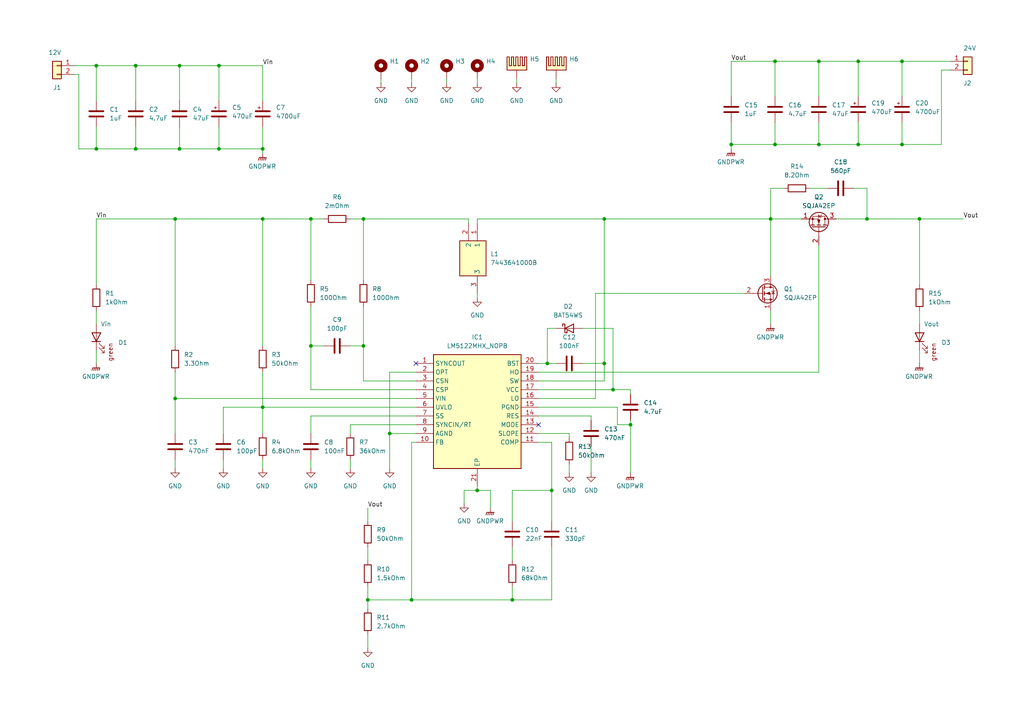
<source format=kicad_sch>
(kicad_sch (version 20231120) (generator "eeschema") (generator_version "8.0")
  (paper "A4")
  (lib_symbols
    (symbol "benediktibk:7443641000B"
      (property "Reference" "L" (at 16.51 7.62 0))
      (property "Value" "7443641000B" (at 16.51 5.08 0))
      (symbol "7443641000B_1_1"
        (pin passive line (at 0 0 0) (length 5.08) (name "1") (number "1"))
        (pin passive line (at 0 -2.54 0) (length 5.08) (name "2") (number "2"))
        (pin passive line (at 20.32 0 180) (length 5.08) (name "3") (number "3"))
      )
    )
    (symbol "benediktibk:BAT54WS" (pin_numbers hide) (pin_names (offset 1.016) hide)
      (property "Reference" "D" (at 0 2.54 0))
      (property "Value" "BAT54WS" (at 0 -2.54 0))
      (symbol "BAT54WS_1_1"
        (pin passive line (at -3.81 0 0) (length 2.54) (name "K") (number "1"))
        (pin passive line (at 3.81 0 180) (length 2.54) (name "A") (number "2"))
      )
    )
    (symbol "benediktibk:C_100nF_SMD_0603_50V" (pin_numbers hide) (pin_names (offset 0.254))
      (property "Reference" "C" (at 0.635 2.54 0))
      (property "Value" "C_100nF_SMD_0603_50V" (at 0.635 -2.54 0))
      (symbol "C_100nF_SMD_0603_50V_1_1"
        (pin passive line (at 0 3.81 270) (length 2.794) (name "~") (number "1"))
        (pin passive line (at 0 -3.81 90) (length 2.794) (name "~") (number "2"))
      )
    )
    (symbol "benediktibk:C_100pF_SMD_0603_50V_10%" (pin_numbers hide) (pin_names (offset 0.254))
      (property "Reference" "C" (at 0.635 2.54 0))
      (property "Value" "C_100pF_SMD_0603_50V_10%" (at 0.635 -2.54 0))
      (symbol "C_100pF_SMD_0603_50V_10%_1_1"
        (pin passive line (at 0 3.81 270) (length 2.794) (name "~") (number "1"))
        (pin passive line (at 0 -3.81 90) (length 2.794) (name "~") (number "2"))
      )
    )
    (symbol "benediktibk:C_1uF_SMD_0603_50V_10%" (pin_numbers hide) (pin_names (offset 0.254))
      (property "Reference" "C" (at 0.635 2.54 0))
      (property "Value" "C_1uF_SMD_0603_50V_10%" (at 0.635 -2.54 0))
      (symbol "C_1uF_SMD_0603_50V_10%_1_1"
        (pin passive line (at 0 3.81 270) (length 2.794) (name "~") (number "1"))
        (pin passive line (at 0 -3.81 90) (length 2.794) (name "~") (number "2"))
      )
    )
    (symbol "benediktibk:C_22nF_SMD_0603_16V_10%" (pin_numbers hide) (pin_names (offset 0.254))
      (property "Reference" "C" (at 0.635 2.54 0))
      (property "Value" "C_22nF_SMD_0603_16V_10%" (at 0.635 -2.54 0))
      (symbol "C_22nF_SMD_0603_16V_10%_1_1"
        (pin passive line (at 0 3.81 270) (length 2.794) (name "~") (number "1"))
        (pin passive line (at 0 -3.81 90) (length 2.794) (name "~") (number "2"))
      )
    )
    (symbol "benediktibk:C_330pF_SMD_0603_50V_5%" (pin_numbers hide) (pin_names (offset 0.254))
      (property "Reference" "C" (at 0.635 2.54 0))
      (property "Value" "C_330pF_SMD_0603_50V_5%" (at 0.635 -2.54 0))
      (symbol "C_330pF_SMD_0603_50V_5%_1_1"
        (pin passive line (at 0 3.81 270) (length 2.794) (name "~") (number "1"))
        (pin passive line (at 0 -3.81 90) (length 2.794) (name "~") (number "2"))
      )
    )
    (symbol "benediktibk:C_4700uF_THT_50V_20%" (pin_numbers hide) (pin_names (offset 0.254))
      (property "Reference" "C" (at 0.635 2.54 0))
      (property "Value" "C_4700uF_THT_50V_20%" (at 0.635 -2.54 0))
      (symbol "C_4700uF_THT_50V_20%_1_1"
        (pin passive line (at 0 3.81 270) (length 2.794) (name "~") (number "1"))
        (pin passive line (at 0 -3.81 90) (length 2.794) (name "~") (number "2"))
      )
    )
    (symbol "benediktibk:C_470nF_SMD_0603_16V" (pin_numbers hide) (pin_names (offset 0.254))
      (property "Reference" "C" (at 0.635 2.54 0))
      (property "Value" "C_470nF_SMD_0603_16V" (at 0.635 -2.54 0))
      (symbol "C_470nF_SMD_0603_16V_1_1"
        (pin passive line (at 0 3.81 270) (length 2.794) (name "~") (number "1"))
        (pin passive line (at 0 -3.81 90) (length 2.794) (name "~") (number "2"))
      )
    )
    (symbol "benediktibk:C_470uF_SMD_63V_20%" (pin_numbers hide) (pin_names (offset 0.254))
      (property "Reference" "C" (at 0.635 2.54 0))
      (property "Value" "C_470uF_SMD_63V_20%" (at 0.635 -2.54 0))
      (symbol "C_470uF_SMD_63V_20%_1_1"
        (pin passive line (at 0 3.81 270) (length 2.794) (name "~") (number "1"))
        (pin passive line (at 0 -3.81 90) (length 2.794) (name "~") (number "2"))
      )
    )
    (symbol "benediktibk:C_47uF_SMD_1206_25V_20%" (pin_numbers hide) (pin_names (offset 0.254))
      (property "Reference" "C" (at 0.635 2.54 0))
      (property "Value" "C_47uF_SMD_1206_25V_20%" (at 0.635 -2.54 0))
      (symbol "C_47uF_SMD_1206_25V_20%_1_1"
        (pin passive line (at 0 3.81 270) (length 2.794) (name "~") (number "1"))
        (pin passive line (at 0 -3.81 90) (length 2.794) (name "~") (number "2"))
      )
    )
    (symbol "benediktibk:C_4_7uF_SMD_0805_50V_10%" (pin_numbers hide) (pin_names (offset 0.254))
      (property "Reference" "C" (at 0.635 2.54 0))
      (property "Value" "C_4_7uF_SMD_0805_50V_10%" (at 0.635 -2.54 0))
      (symbol "C_4_7uF_SMD_0805_50V_10%_1_1"
        (pin passive line (at 0 3.81 270) (length 2.794) (name "~") (number "1"))
        (pin passive line (at 0 -3.81 90) (length 2.794) (name "~") (number "2"))
      )
    )
    (symbol "benediktibk:C_560pF_SMD_0603_50V_5%" (pin_numbers hide) (pin_names (offset 0.254))
      (property "Reference" "C" (at 0.635 2.54 0))
      (property "Value" "C_560pF_SMD_0603_50V_5%" (at 0.635 -2.54 0))
      (symbol "C_560pF_SMD_0603_50V_5%_1_1"
        (pin passive line (at 0 3.81 270) (length 2.794) (name "~") (number "1"))
        (pin passive line (at 0 -3.81 90) (length 2.794) (name "~") (number "2"))
      )
    )
    (symbol "benediktibk:LED_green_0603" (pin_numbers hide) (pin_names (offset 1.016) hide)
      (property "Reference" "D" (at 0 2.54 0))
      (property "Value" "LED_green_0603" (at 0 -2.54 0))
      (symbol "LED_green_0603_0_0"
        (text "green" (at -4.318 -4.064 0) (effects (font (size 1.27 1.27))))
      )
      (symbol "LED_green_0603_1_1"
        (pin passive line (at -3.81 0 0) (length 2.54) (name "K") (number "1"))
        (pin passive line (at 3.81 0 180) (length 2.54) (name "A") (number "2"))
      )
    )
    (symbol "benediktibk:LM5122MHX_NOPB"
      (property "Reference" "IC" (at 31.75 7.62 0))
      (property "Value" "LM5122MHX_NOPB" (at 31.75 5.08 0))
      (symbol "LM5122MHX_NOPB_1_1"
        (pin passive line (at 0 0 0) (length 5.08) (name "SYNCOUT") (number "1"))
        (pin passive line (at 0 -22.86 0) (length 5.08) (name "FB") (number "10"))
        (pin passive line (at 35.56 -22.86 180) (length 5.08) (name "COMP") (number "11"))
        (pin passive line (at 35.56 -20.32 180) (length 5.08) (name "SLOPE") (number "12"))
        (pin passive line (at 35.56 -17.78 180) (length 5.08) (name "MODE") (number "13"))
        (pin passive line (at 35.56 -15.24 180) (length 5.08) (name "RES") (number "14"))
        (pin passive line (at 35.56 -12.7 180) (length 5.08) (name "PGND") (number "15"))
        (pin passive line (at 35.56 -10.16 180) (length 5.08) (name "LO") (number "16"))
        (pin passive line (at 35.56 -7.62 180) (length 5.08) (name "VCC") (number "17"))
        (pin passive line (at 35.56 -5.08 180) (length 5.08) (name "SW") (number "18"))
        (pin passive line (at 35.56 -2.54 180) (length 5.08) (name "HO") (number "19"))
        (pin passive line (at 0 -2.54 0) (length 5.08) (name "OPT") (number "2"))
        (pin passive line (at 35.56 0 180) (length 5.08) (name "BST") (number "20"))
        (pin passive line (at 17.78 -35.56 90) (length 5.08) (name "EP") (number "21"))
        (pin passive line (at 0 -5.08 0) (length 5.08) (name "CSN") (number "3"))
        (pin passive line (at 0 -7.62 0) (length 5.08) (name "CSP") (number "4"))
        (pin passive line (at 0 -10.16 0) (length 5.08) (name "VIN") (number "5"))
        (pin passive line (at 0 -12.7 0) (length 5.08) (name "UVLO") (number "6"))
        (pin passive line (at 0 -15.24 0) (length 5.08) (name "SS") (number "7"))
        (pin passive line (at 0 -17.78 0) (length 5.08) (name "SYNCIN/RT") (number "8"))
        (pin passive line (at 0 -20.32 0) (length 5.08) (name "AGND") (number "9"))
      )
    )
    (symbol "benediktibk:MountingHole_Pad_M6" (pin_numbers hide) (pin_names (offset 1.016) hide)
      (property "Reference" "H" (at 0 6.35 0))
      (property "Value" "MountingHole_Pad_M6" (at 0 4.445 0))
      (symbol "MountingHole_Pad_M6_1_1"
        (pin input line (at 0 -2.54 90) (length 2.54) (name "1") (number "1"))
      )
    )
    (symbol "benediktibk:R_100Ohm_SMD_0603_100mW_1%" (pin_numbers hide) (pin_names (offset 0))
      (property "Reference" "R" (at 2.032 0 90))
      (property "Value" "R_100Ohm_SMD_0603_100mW_1%" (at -5.588 -1.016 90))
      (symbol "R_100Ohm_SMD_0603_100mW_1%_1_1"
        (pin passive line (at 0 3.81 270) (length 1.27) (name "~") (number "1"))
        (pin passive line (at 0 -3.81 90) (length 1.27) (name "~") (number "2"))
      )
    )
    (symbol "benediktibk:R_1_5kOhm_SMD_0603_100mW_0_1%" (pin_numbers hide) (pin_names (offset 0))
      (property "Reference" "R" (at 2.032 0 90))
      (property "Value" "R_1_5kOhm_SMD_0603_100mW_0_1%" (at -5.588 -1.016 90))
      (symbol "R_1_5kOhm_SMD_0603_100mW_0_1%_1_1"
        (pin passive line (at 0 3.81 270) (length 1.27) (name "~") (number "1"))
        (pin passive line (at 0 -3.81 90) (length 1.27) (name "~") (number "2"))
      )
    )
    (symbol "benediktibk:R_1kOhm_SMD_0603_100mW_1%" (pin_numbers hide) (pin_names (offset 0))
      (property "Reference" "R" (at 2.032 0 90))
      (property "Value" "R_1kOhm_SMD_0603_100mW_1%" (at -5.588 -1.016 90))
      (symbol "R_1kOhm_SMD_0603_100mW_1%_1_1"
        (pin passive line (at 0 3.81 270) (length 1.27) (name "~") (number "1"))
        (pin passive line (at 0 -3.81 90) (length 1.27) (name "~") (number "2"))
      )
    )
    (symbol "benediktibk:R_2_7kOhm_SMD_0603_100mW_0_1%" (pin_numbers hide) (pin_names (offset 0))
      (property "Reference" "R" (at 2.032 0 90))
      (property "Value" "R_2_7kOhm_SMD_0603_100mW_0_1%" (at -5.588 -1.016 90))
      (symbol "R_2_7kOhm_SMD_0603_100mW_0_1%_1_1"
        (pin passive line (at 0 3.81 270) (length 1.27) (name "~") (number "1"))
        (pin passive line (at 0 -3.81 90) (length 1.27) (name "~") (number "2"))
      )
    )
    (symbol "benediktibk:R_2mOhm_SMD_2512_5W_1%" (pin_numbers hide) (pin_names (offset 0))
      (property "Reference" "R" (at 2.032 0 90))
      (property "Value" "R_2mOhm_SMD_2512_5W_1%" (at -5.588 -1.016 90))
      (symbol "R_2mOhm_SMD_2512_5W_1%_1_1"
        (pin passive line (at 0 3.81 270) (length 1.27) (name "~") (number "1"))
        (pin passive line (at 0 -3.81 90) (length 1.27) (name "~") (number "2"))
      )
    )
    (symbol "benediktibk:R_36kOhm_SMD_0603_100mW_1%" (pin_numbers hide) (pin_names (offset 0))
      (property "Reference" "R" (at 2.032 0 90))
      (property "Value" "R_36kOhm_SMD_0603_100mW_1%" (at -5.588 -1.016 90))
      (symbol "R_36kOhm_SMD_0603_100mW_1%_1_1"
        (pin passive line (at 0 3.81 270) (length 1.27) (name "~") (number "1"))
        (pin passive line (at 0 -3.81 90) (length 1.27) (name "~") (number "2"))
      )
    )
    (symbol "benediktibk:R_3_3Ohm_SMD_0603_100mW_0_1%" (pin_numbers hide) (pin_names (offset 0))
      (property "Reference" "R" (at 2.032 0 90))
      (property "Value" "R_3_3Ohm_SMD_0603_100mW_0_1%" (at -5.588 -1.016 90))
      (symbol "R_3_3Ohm_SMD_0603_100mW_0_1%_1_1"
        (pin passive line (at 0 3.81 270) (length 1.27) (name "~") (number "1"))
        (pin passive line (at 0 -3.81 90) (length 1.27) (name "~") (number "2"))
      )
    )
    (symbol "benediktibk:R_50kOhm_SMD_0603_100mW_0_1%" (pin_numbers hide) (pin_names (offset 0))
      (property "Reference" "R" (at 2.032 0 90))
      (property "Value" "R_50kOhm_SMD_0603_100mW_0_1%" (at -5.588 -1.016 90))
      (symbol "R_50kOhm_SMD_0603_100mW_0_1%_1_1"
        (pin passive line (at 0 3.81 270) (length 1.27) (name "~") (number "1"))
        (pin passive line (at 0 -3.81 90) (length 1.27) (name "~") (number "2"))
      )
    )
    (symbol "benediktibk:R_68kOhm_SMD_0603_100mW_1%" (pin_numbers hide) (pin_names (offset 0))
      (property "Reference" "R" (at 2.032 0 90))
      (property "Value" "R_68kOhm_SMD_0603_100mW_1%" (at -5.588 -1.016 90))
      (symbol "R_68kOhm_SMD_0603_100mW_1%_1_1"
        (pin passive line (at 0 3.81 270) (length 1.27) (name "~") (number "1"))
        (pin passive line (at 0 -3.81 90) (length 1.27) (name "~") (number "2"))
      )
    )
    (symbol "benediktibk:R_6_8kOhm_SMD_0603_210mW_0_1%" (pin_numbers hide) (pin_names (offset 0))
      (property "Reference" "R" (at 2.032 0 90))
      (property "Value" "R_6_8kOhm_SMD_0603_210mW_0_1%" (at -5.588 -1.016 90))
      (symbol "R_6_8kOhm_SMD_0603_210mW_0_1%_1_1"
        (pin passive line (at 0 3.81 270) (length 1.27) (name "~") (number "1"))
        (pin passive line (at 0 -3.81 90) (length 1.27) (name "~") (number "2"))
      )
    )
    (symbol "benediktibk:R_8_2Ohm_SMD_0603_125mW_5%" (pin_numbers hide) (pin_names (offset 0))
      (property "Reference" "R" (at 2.032 0 90))
      (property "Value" "R_8_2Ohm_SMD_0603_125mW_5%" (at -5.588 -1.016 90))
      (symbol "R_8_2Ohm_SMD_0603_125mW_5%_1_1"
        (pin passive line (at 0 3.81 270) (length 1.27) (name "~") (number "1"))
        (pin passive line (at 0 -3.81 90) (length 1.27) (name "~") (number "2"))
      )
    )
    (symbol "benediktibk:SQJA42EP" (pin_names (offset 0) hide)
      (property "Reference" "Q" (at 5.08 1.27 0))
      (property "Value" "SQJA42EP" (at 5.08 -1.27 0))
      (symbol "SQJA42EP_1_1"
        (pin passive line (at 2.54 -5.08 90) (length 2.54) (name "S") (number "1"))
        (pin input line (at -5.08 0 0) (length 2.54) (name "G") (number "2"))
        (pin passive line (at 2.54 5.08 270) (length 2.54) (name "D") (number "3"))
      )
    )
    (symbol "benediktibk:heatsink_HSB43-454515P" (pin_numbers hide) (pin_names (offset 1.016) hide)
      (property "Reference" "H" (at 0 6.35 0))
      (property "Value" "heatsink_HSB43-454515P" (at 0 4.445 0))
      (symbol "heatsink_HSB43-454515P_1_1"
        (pin bidirectional line (at 0 -3.81 90) (length 2.54) (name "PAD") (number "PAD"))
      )
    )
    (symbol "benediktibk:rspro_header_2pin_5_08mm" (pin_names (offset 1.016) hide)
      (property "Reference" "J" (at 0 2.54 0))
      (property "Value" "Conn_01x02" (at 0 -5.08 0))
      (symbol "rspro_header_2pin_5_08mm_1_1"
        (pin passive line (at -3.81 -1.27 0) (length 3.81) (name "Pin_1") (number "1"))
        (pin passive line (at -3.81 -3.81 0) (length 3.81) (name "Pin_2") (number "2"))
      )
    )
    (symbol "power:GND" (power) (pin_numbers hide) (pin_names (offset 0) hide)
      (property "Value" "GND" (at 0 -3.81 0))
      (symbol "GND_1_1"
        (pin power_in line (at 0 0 270) (length 0) (name "~") (number "1"))
      )
    )
    (symbol "power:GNDPWR" (power) (pin_numbers hide) (pin_names (offset 0) hide)
      (property "Value" "GNDPWR" (at 0 -3.302 0))
      (symbol "GNDPWR_1_1"
        (pin power_in line (at 0 0 270) (length 0) (name "~") (number "1"))
      )
    )
  )
  (junction (at 39.37 43.18))
  (junction (at 76.2 43.18))
  (junction (at 248.92 17.78))
  (junction (at 266.7 63.5))
  (junction (at 52.07 19.05))
  (junction (at 63.5 43.18))
  (junction (at 248.92 41.91))
  (junction (at 27.94 19.05))
  (junction (at 27.94 43.18))
  (junction (at 223.52 63.5))
  (junction (at 52.07 43.18))
  (junction (at 182.88 123.19))
  (junction (at 237.49 41.91))
  (junction (at 177.8 113.03))
  (junction (at 50.8 115.57))
  (junction (at 50.8 63.5))
  (junction (at 175.26 105.41))
  (junction (at 76.2 118.11))
  (junction (at 261.62 41.91))
  (junction (at 212.09 41.91))
  (junction (at 224.79 17.78))
  (junction (at 148.59 173.99))
  (junction (at 63.5 19.05))
  (junction (at 138.43 142.24))
  (junction (at 39.37 19.05))
  (junction (at 105.41 63.5))
  (junction (at 224.79 41.91))
  (junction (at 106.68 173.99))
  (junction (at 158.75 105.41))
  (junction (at 90.17 63.5))
  (junction (at 175.26 63.5))
  (junction (at 237.49 17.78))
  (junction (at 160.02 142.24))
  (junction (at 113.03 125.73))
  (junction (at 251.46 63.5))
  (junction (at 90.17 100.33))
  (junction (at 119.38 173.99))
  (junction (at 76.2 63.5))
  (junction (at 105.41 100.33))
  (junction (at 261.62 17.78))
  (no_connect (at 120.65 105.41))
  (no_connect (at 156.21 123.19))
  (wire (pts (xy 160.02 128.27) (xy 160.02 142.24)))
  (wire (pts (xy 156.21 128.27) (xy 160.02 128.27)))
  (wire (pts (xy 138.43 85.09) (xy 138.43 86.36)))
  (wire (pts (xy 156.21 120.65) (xy 171.45 120.65)))
  (wire (pts (xy 105.41 63.5) (xy 105.41 81.28)))
  (wire (pts (xy 113.03 107.95) (xy 120.65 107.95)))
  (wire (pts (xy 39.37 19.05) (xy 39.37 29.21)))
  (wire (pts (xy 177.8 95.25) (xy 168.91 95.25)))
  (wire (pts (xy 266.7 90.17) (xy 266.7 93.98)))
  (wire (pts (xy 248.92 35.56) (xy 248.92 41.91)))
  (wire (pts (xy 275.59 20.32) (xy 273.05 20.32)))
  (wire (pts (xy 63.5 19.05) (xy 76.2 19.05)))
  (wire (pts (xy 76.2 107.95) (xy 76.2 118.11)))
  (wire (pts (xy 27.94 36.83) (xy 27.94 43.18)))
  (wire (pts (xy 120.65 113.03) (xy 90.17 113.03)))
  (wire (pts (xy 101.6 133.35) (xy 101.6 135.89)))
  (wire (pts (xy 135.89 64.77) (xy 135.89 63.5)))
  (wire (pts (xy 134.62 142.24) (xy 134.62 146.05)))
  (wire (pts (xy 182.88 113.03) (xy 182.88 114.3)))
  (wire (pts (xy 179.07 123.19) (xy 182.88 123.19)))
  (wire (pts (xy 90.17 133.35) (xy 90.17 135.89)))
  (wire (pts (xy 90.17 63.5) (xy 93.98 63.5)))
  (wire (pts (xy 113.03 107.95) (xy 113.03 125.73)))
  (wire (pts (xy 50.8 115.57) (xy 120.65 115.57)))
  (wire (pts (xy 261.62 35.56) (xy 261.62 41.91)))
  (wire (pts (xy 76.2 36.83) (xy 76.2 43.18)))
  (wire (pts (xy 224.79 17.78) (xy 224.79 27.94)))
  (wire (pts (xy 237.49 41.91) (xy 248.92 41.91)))
  (wire (pts (xy 106.68 158.75) (xy 106.68 162.56)))
  (wire (pts (xy 21.59 21.59) (xy 22.86 21.59)))
  (wire (pts (xy 261.62 41.91) (xy 273.05 41.91)))
  (wire (pts (xy 50.8 63.5) (xy 76.2 63.5)))
  (wire (pts (xy 106.68 184.15) (xy 106.68 187.96)))
  (wire (pts (xy 175.26 105.41) (xy 175.26 110.49)))
  (wire (pts (xy 101.6 100.33) (xy 105.41 100.33)))
  (wire (pts (xy 76.2 118.11) (xy 64.77 118.11)))
  (wire (pts (xy 224.79 35.56) (xy 224.79 41.91)))
  (wire (pts (xy 138.43 142.24) (xy 138.43 140.97)))
  (wire (pts (xy 247.65 54.61) (xy 251.46 54.61)))
  (wire (pts (xy 52.07 43.18) (xy 39.37 43.18)))
  (wire (pts (xy 172.72 115.57) (xy 156.21 115.57)))
  (wire (pts (xy 27.94 101.6) (xy 27.94 105.41)))
  (wire (pts (xy 106.68 173.99) (xy 119.38 173.99)))
  (wire (pts (xy 105.41 88.9) (xy 105.41 100.33)))
  (wire (pts (xy 160.02 158.75) (xy 160.02 173.99)))
  (wire (pts (xy 113.03 125.73) (xy 113.03 135.89)))
  (wire (pts (xy 22.86 21.59) (xy 22.86 43.18)))
  (wire (pts (xy 251.46 63.5) (xy 266.7 63.5)))
  (wire (pts (xy 90.17 120.65) (xy 90.17 125.73)))
  (wire (pts (xy 156.21 118.11) (xy 179.07 118.11)))
  (wire (pts (xy 76.2 63.5) (xy 90.17 63.5)))
  (wire (pts (xy 266.7 63.5) (xy 279.4 63.5)))
  (wire (pts (xy 237.49 71.12) (xy 237.49 107.95)))
  (wire (pts (xy 64.77 118.11) (xy 64.77 125.73)))
  (wire (pts (xy 172.72 85.09) (xy 172.72 115.57)))
  (wire (pts (xy 179.07 118.11) (xy 179.07 123.19)))
  (wire (pts (xy 158.75 105.41) (xy 161.29 105.41)))
  (wire (pts (xy 160.02 142.24) (xy 160.02 151.13)))
  (wire (pts (xy 237.49 107.95) (xy 156.21 107.95)))
  (wire (pts (xy 105.41 63.5) (xy 135.89 63.5)))
  (wire (pts (xy 27.94 19.05) (xy 27.94 29.21)))
  (wire (pts (xy 266.7 63.5) (xy 266.7 82.55)))
  (wire (pts (xy 129.54 22.86) (xy 129.54 24.13)))
  (wire (pts (xy 106.68 173.99) (xy 106.68 176.53)))
  (wire (pts (xy 224.79 41.91) (xy 237.49 41.91)))
  (wire (pts (xy 232.41 63.5) (xy 223.52 63.5)))
  (wire (pts (xy 52.07 36.83) (xy 52.07 43.18)))
  (wire (pts (xy 182.88 113.03) (xy 177.8 113.03)))
  (wire (pts (xy 165.1 127) (xy 165.1 125.73)))
  (wire (pts (xy 39.37 36.83) (xy 39.37 43.18)))
  (wire (pts (xy 93.98 100.33) (xy 90.17 100.33)))
  (wire (pts (xy 138.43 63.5) (xy 175.26 63.5)))
  (wire (pts (xy 223.52 54.61) (xy 223.52 63.5)))
  (wire (pts (xy 90.17 63.5) (xy 90.17 81.28)))
  (wire (pts (xy 64.77 133.35) (xy 64.77 135.89)))
  (wire (pts (xy 212.09 17.78) (xy 212.09 27.94)))
  (wire (pts (xy 27.94 63.5) (xy 50.8 63.5)))
  (wire (pts (xy 273.05 20.32) (xy 273.05 41.91)))
  (wire (pts (xy 142.24 147.32) (xy 142.24 142.24)))
  (wire (pts (xy 52.07 43.18) (xy 63.5 43.18)))
  (wire (pts (xy 237.49 17.78) (xy 248.92 17.78)))
  (wire (pts (xy 234.95 54.61) (xy 240.03 54.61)))
  (wire (pts (xy 156.21 113.03) (xy 177.8 113.03)))
  (wire (pts (xy 237.49 35.56) (xy 237.49 41.91)))
  (wire (pts (xy 27.94 63.5) (xy 27.94 82.55)))
  (wire (pts (xy 106.68 147.32) (xy 106.68 151.13)))
  (wire (pts (xy 212.09 35.56) (xy 212.09 41.91)))
  (wire (pts (xy 215.9 85.09) (xy 172.72 85.09)))
  (wire (pts (xy 168.91 105.41) (xy 175.26 105.41)))
  (wire (pts (xy 76.2 118.11) (xy 76.2 125.73)))
  (wire (pts (xy 138.43 63.5) (xy 138.43 64.77)))
  (wire (pts (xy 212.09 17.78) (xy 224.79 17.78)))
  (wire (pts (xy 148.59 170.18) (xy 148.59 173.99)))
  (wire (pts (xy 160.02 173.99) (xy 148.59 173.99)))
  (wire (pts (xy 101.6 63.5) (xy 105.41 63.5)))
  (wire (pts (xy 50.8 133.35) (xy 50.8 135.89)))
  (wire (pts (xy 248.92 17.78) (xy 261.62 17.78)))
  (wire (pts (xy 63.5 19.05) (xy 63.5 29.21)))
  (wire (pts (xy 105.41 100.33) (xy 105.41 110.49)))
  (wire (pts (xy 27.94 19.05) (xy 39.37 19.05)))
  (wire (pts (xy 177.8 113.03) (xy 177.8 95.25)))
  (wire (pts (xy 50.8 107.95) (xy 50.8 115.57)))
  (wire (pts (xy 76.2 19.05) (xy 76.2 29.21)))
  (wire (pts (xy 251.46 54.61) (xy 251.46 63.5)))
  (wire (pts (xy 158.75 95.25) (xy 158.75 105.41)))
  (wire (pts (xy 76.2 118.11) (xy 120.65 118.11)))
  (wire (pts (xy 171.45 129.54) (xy 171.45 137.16)))
  (wire (pts (xy 149.86 22.86) (xy 149.86 24.13)))
  (wire (pts (xy 22.86 43.18) (xy 27.94 43.18)))
  (wire (pts (xy 120.65 128.27) (xy 119.38 128.27)))
  (wire (pts (xy 261.62 17.78) (xy 261.62 27.94)))
  (wire (pts (xy 106.68 170.18) (xy 106.68 173.99)))
  (wire (pts (xy 76.2 63.5) (xy 76.2 100.33)))
  (wire (pts (xy 90.17 113.03) (xy 90.17 100.33)))
  (wire (pts (xy 119.38 128.27) (xy 119.38 173.99)))
  (wire (pts (xy 76.2 133.35) (xy 76.2 135.89)))
  (wire (pts (xy 223.52 90.17) (xy 223.52 93.98)))
  (wire (pts (xy 63.5 36.83) (xy 63.5 43.18)))
  (wire (pts (xy 21.59 19.05) (xy 27.94 19.05)))
  (wire (pts (xy 113.03 125.73) (xy 120.65 125.73)))
  (wire (pts (xy 119.38 22.86) (xy 119.38 24.13)))
  (wire (pts (xy 223.52 63.5) (xy 223.52 80.01)))
  (wire (pts (xy 171.45 121.92) (xy 171.45 120.65)))
  (wire (pts (xy 248.92 17.78) (xy 248.92 27.94)))
  (wire (pts (xy 101.6 123.19) (xy 101.6 125.73)))
  (wire (pts (xy 134.62 142.24) (xy 138.43 142.24)))
  (wire (pts (xy 120.65 123.19) (xy 101.6 123.19)))
  (wire (pts (xy 50.8 100.33) (xy 50.8 63.5)))
  (wire (pts (xy 138.43 22.86) (xy 138.43 24.13)))
  (wire (pts (xy 148.59 173.99) (xy 119.38 173.99)))
  (wire (pts (xy 175.26 63.5) (xy 175.26 105.41)))
  (wire (pts (xy 110.49 22.86) (xy 110.49 24.13)))
  (wire (pts (xy 182.88 123.19) (xy 182.88 137.16)))
  (wire (pts (xy 52.07 19.05) (xy 52.07 29.21)))
  (wire (pts (xy 248.92 41.91) (xy 261.62 41.91)))
  (wire (pts (xy 156.21 110.49) (xy 175.26 110.49)))
  (wire (pts (xy 165.1 134.62) (xy 165.1 137.16)))
  (wire (pts (xy 27.94 43.18) (xy 39.37 43.18)))
  (wire (pts (xy 148.59 151.13) (xy 148.59 142.24)))
  (wire (pts (xy 148.59 158.75) (xy 148.59 162.56)))
  (wire (pts (xy 161.29 95.25) (xy 158.75 95.25)))
  (wire (pts (xy 212.09 41.91) (xy 224.79 41.91)))
  (wire (pts (xy 261.62 17.78) (xy 275.59 17.78)))
  (wire (pts (xy 120.65 120.65) (xy 90.17 120.65)))
  (wire (pts (xy 39.37 19.05) (xy 52.07 19.05)))
  (wire (pts (xy 175.26 63.5) (xy 223.52 63.5)))
  (wire (pts (xy 156.21 125.73) (xy 165.1 125.73)))
  (wire (pts (xy 266.7 101.6) (xy 266.7 105.41)))
  (wire (pts (xy 105.41 110.49) (xy 120.65 110.49)))
  (wire (pts (xy 242.57 63.5) (xy 251.46 63.5)))
  (wire (pts (xy 237.49 17.78) (xy 237.49 27.94)))
  (wire (pts (xy 76.2 43.18) (xy 76.2 44.45)))
  (wire (pts (xy 76.2 43.18) (xy 63.5 43.18)))
  (wire (pts (xy 161.29 22.86) (xy 161.29 24.13)))
  (wire (pts (xy 156.21 105.41) (xy 158.75 105.41)))
  (wire (pts (xy 50.8 115.57) (xy 50.8 125.73)))
  (wire (pts (xy 212.09 41.91) (xy 212.09 43.18)))
  (wire (pts (xy 90.17 88.9) (xy 90.17 100.33)))
  (wire (pts (xy 148.59 142.24) (xy 160.02 142.24)))
  (wire (pts (xy 27.94 90.17) (xy 27.94 93.98)))
  (wire (pts (xy 142.24 142.24) (xy 138.43 142.24)))
  (wire (pts (xy 52.07 19.05) (xy 63.5 19.05)))
  (wire (pts (xy 182.88 121.92) (xy 182.88 123.19)))
  (wire (pts (xy 224.79 17.78) (xy 237.49 17.78)))
  (wire (pts (xy 223.52 54.61) (xy 227.33 54.61)))
  (label "Vout" (at 106.68 147.32 0))
  (label "Vout" (at 212.09 17.78 0))
  (label "Vin" (at 27.94 63.5 0))
  (label "Vout" (at 279.4 63.5 0))
  (label "Vin" (at 76.2 19.05 0))
  (symbol (lib_id "benediktibk:7443641000B") (at 138.43 64.77 270) (unit 1)
    (property "Reference" "L1" (at 142.24 73.6599 90) (effects (justify left)))
    (property "Value" "7443641000B" (at 142.24 76.1999 90) (effects (justify left)))
    (property "Footprint" "benediktibk:7443641000B" (effects (hide yes)))
    (property "Datasheet" "https://katalog.we-online.com/pbs/datasheet/7443641000.pdf" (effects (hide yes)))
    (property "Description" "WE-HCF Series Type SMT Shielded Wire-wound SMD Inductor with a MnZn Core, 10 uH +/-20% Shielded 47.5A Idc" (effects (hide yes)))
    (property "Mouser Part Number" "710-7443641000B" (effects (hide yes)))
  )
  (symbol (lib_id "benediktibk:R_50kOhm_SMD_0603_100mW_0_1%") (at 165.1 130.81 0) (unit 1)
    (property "Reference" "R13" (at 167.64 129.5399 0) (effects (justify left)))
    (property "Value" "50kOhm" (at 167.64 132.0799 0) (effects (justify left)))
    (property "Footprint" "benediktibk:R_0603_1608Metric_Pad0.98x0.95mm_HandSolder" (effects (hide yes)))
    (property "Description" "Resistor" (effects (hide yes)))
    (property "Mouser Part Number" "603-RT0603BRD0750KL " (effects (hide yes)))
  )
  (symbol (lib_id "benediktibk:heatsink_HSB43-454515P") (at 149.86 19.05 0) (unit 1)
    (property "Reference" "H5" (at 153.67 17.1449 0) (effects (justify left)))
    (property "Value" "heatsink_HSB43-454515P" (effects (hide yes)))
    (property "Footprint" "benediktibk:HSB43-454515P" (effects (hide yes)))
    (property "Mouser order number" "179-HSB43-454515P " (effects (hide yes)))
  )
  (symbol (lib_id "power:GND") (at 50.8 135.89 0) (unit 1)
    (property "Reference" "#PWR02" (effects (hide yes)))
    (property "Value" "GND" (at 50.8 140.97 0))
    (property "Description" "Power symbol creates a global label with name \"GND\" , ground" (effects (hide yes)))
  )
  (symbol (lib_id "power:GND") (at 119.38 24.13 0) (unit 1)
    (property "Reference" "#PWR011" (effects (hide yes)))
    (property "Value" "GND" (at 119.38 29.21 0))
    (property "Description" "Power symbol creates a global label with name \"GND\" , ground" (effects (hide yes)))
  )
  (symbol (lib_id "benediktibk:MountingHole_Pad_M6") (at 110.49 20.32 0) (unit 1)
    (property "Reference" "H1" (at 113.03 17.78 0) (effects (justify left)))
    (property "Value" "MountingHole_Pad_M6" (effects (hide yes)))
    (property "Footprint" "benediktibk:MountingHole_6.4mm_M6_Pad_TopBottom" (effects (hide yes)))
    (property "Description" "Mounting Hole with connection" (effects (hide yes)))
  )
  (symbol (lib_id "benediktibk:C_4_7uF_SMD_0805_50V_10%") (at 39.37 33.02 0) (unit 1)
    (property "Reference" "C2" (at 43.18 31.75 0) (effects (justify left)))
    (property "Value" "4.7uF" (at 43.18 34.29 0) (effects (justify left)))
    (property "Footprint" "benediktibk:C_0805_2012Metric_Pad1.18x1.45mm_HandSolder" (effects (hide yes)))
    (property "Description" "Unpolarized capacitor" (effects (hide yes)))
    (property "RS order number" "113-8707" (effects (hide yes)))
  )
  (symbol (lib_id "benediktibk:R_1kOhm_SMD_0603_100mW_1%") (at 27.94 86.36 0) (unit 1)
    (property "Reference" "R1" (at 30.48 85.09 0) (effects (justify left)))
    (property "Value" "1kOhm" (at 30.48 87.63 0) (effects (justify left)))
    (property "Footprint" "benediktibk:R_0603_1608Metric_Pad0.98x0.95mm_HandSolder" (effects (hide yes)))
    (property "Description" "Resistor" (effects (hide yes)))
    (property "RS order number" "213-2266" (effects (hide yes)))
  )
  (symbol (lib_id "power:GND") (at 138.43 24.13 0) (unit 1)
    (property "Reference" "#PWR014" (effects (hide yes)))
    (property "Value" "GND" (at 138.43 29.21 0))
    (property "Description" "Power symbol creates a global label with name \"GND\" , ground" (effects (hide yes)))
  )
  (symbol (lib_id "power:GNDPWR") (at 212.09 43.18 0) (unit 1)
    (property "Reference" "#PWR022" (effects (hide yes)))
    (property "Value" "GNDPWR" (at 211.963 46.99 0))
    (property "Description" "Power symbol creates a global label with name \"GNDPWR\" , global ground" (effects (hide yes)))
  )
  (symbol (lib_id "benediktibk:C_22nF_SMD_0603_16V_10%") (at 148.59 154.94 0) (unit 1)
    (property "Reference" "C10" (at 152.4 153.6699 0) (effects (justify left)))
    (property "Value" "22nF" (at 152.4 156.2099 0) (effects (justify left)))
    (property "Footprint" "benediktibk:C_0603_1608Metric_Pad1.08x0.95mm_HandSolder" (effects (hide yes)))
    (property "Description" "Unpolarized capacitor" (effects (hide yes)))
    (property "Mouser Part Number" " 80-C0603C223K4RAC" (effects (hide yes)))
  )
  (symbol (lib_id "power:GND") (at 106.68 187.96 0) (unit 1)
    (property "Reference" "#PWR08" (effects (hide yes)))
    (property "Value" "GND" (at 106.68 193.04 0))
    (property "Description" "Power symbol creates a global label with name \"GND\" , ground" (effects (hide yes)))
  )
  (symbol (lib_id "benediktibk:C_100nF_SMD_0603_50V") (at 90.17 129.54 0) (unit 1)
    (property "Reference" "C8" (at 93.98 128.2699 0) (effects (justify left)))
    (property "Value" "100nF" (at 93.98 130.8099 0) (effects (justify left)))
    (property "Footprint" "benediktibk:C_0603_1608Metric_Pad1.08x0.95mm_HandSolder" (effects (hide yes)))
    (property "Description" "Unpolarized capacitor" (effects (hide yes)))
    (property "RS order number" "242-7372" (effects (hide yes)))
  )
  (symbol (lib_id "benediktibk:C_4700uF_THT_50V_20%") (at 76.2 33.02 0) (unit 1)
    (property "Reference" "C7" (at 80.01 31.1784 0) (effects (justify left)))
    (property "Value" "4700uF" (at 80.01 33.7184 0) (effects (justify left)))
    (property "Footprint" "benediktibk:CP_Radial_D22.0mm_P10.00mm_SnapIn" (effects (hide yes)))
    (property "Mouser order number" "80-ESK478M050AQ3AA" (effects (hide yes)))
  )
  (symbol (lib_id "power:GNDPWR") (at 76.2 44.45 0) (unit 1)
    (property "Reference" "#PWR04" (effects (hide yes)))
    (property "Value" "GNDPWR" (at 76.073 48.26 0))
    (property "Description" "Power symbol creates a global label with name \"GNDPWR\" , global ground" (effects (hide yes)))
  )
  (symbol (lib_id "benediktibk:C_330pF_SMD_0603_50V_5%") (at 160.02 154.94 0) (unit 1)
    (property "Reference" "C11" (at 163.83 153.6699 0) (effects (justify left)))
    (property "Value" "330pF" (at 163.83 156.2099 0) (effects (justify left)))
    (property "Footprint" "benediktibk:C_0603_1608Metric_Pad1.08x0.95mm_HandSolder" (effects (hide yes)))
    (property "Description" "Unpolarized capacitor" (effects (hide yes)))
    (property "Mouser Part Number" "791-0603N331J500CT " (effects (hide yes)))
  )
  (symbol (lib_id "benediktibk:C_560pF_SMD_0603_50V_5%") (at 243.84 54.61 90) (unit 1)
    (property "Reference" "C18" (at 243.84 46.99 90))
    (property "Value" "560pF" (at 243.84 49.53 90))
    (property "Footprint" "benediktibk:C_0603_1608Metric_Pad1.08x0.95mm_HandSolder" (effects (hide yes)))
    (property "Description" "Unpolarized capacitor" (effects (hide yes)))
    (property "RS order number" "135-6233" (effects (hide yes)))
  )
  (symbol (lib_id "benediktibk:LM5122MHX_NOPB") (at 120.65 105.41 0) (unit 1)
    (property "Reference" "IC1" (at 138.43 97.79 0))
    (property "Value" "LM5122MHX_NOPB" (at 138.43 100.33 0))
    (property "Footprint" "benediktibk:SOP65P640X110-21N" (effects (hide yes)))
    (property "Datasheet" "http://www.ti.com/lit/gpn/LM5122" (effects (hide yes)))
    (property "Description" "3-65V Wide Vin, Current Mode Synchronous Boost Controller with Multiphase Capability" (effects (hide yes)))
    (property "Mouser Part Number" "595-LM5122MHX/NOPB" (effects (hide yes)))
  )
  (symbol (lib_id "power:GND") (at 138.43 86.36 0) (unit 1)
    (property "Reference" "#PWR015" (effects (hide yes)))
    (property "Value" "GND" (at 138.43 91.44 0))
    (property "Description" "Power symbol creates a global label with name \"GND\" , ground" (effects (hide yes)))
  )
  (symbol (lib_id "power:GNDPWR") (at 182.88 137.16 0) (unit 1)
    (property "Reference" "#PWR021" (effects (hide yes)))
    (property "Value" "GNDPWR" (at 182.753 140.97 0))
    (property "Description" "Power symbol creates a global label with name \"GNDPWR\" , global ground" (effects (hide yes)))
  )
  (symbol (lib_id "benediktibk:R_68kOhm_SMD_0603_100mW_1%") (at 148.59 166.37 0) (unit 1)
    (property "Reference" "R12" (at 151.13 165.0999 0) (effects (justify left)))
    (property "Value" "68kOhm" (at 151.13 167.6399 0) (effects (justify left)))
    (property "Footprint" "benediktibk:R_0603_1608Metric_Pad0.98x0.95mm_HandSolder" (effects (hide yes)))
    (property "Description" "Resistor" (effects (hide yes)))
    (property "RS order number" "199-5620" (effects (hide yes)))
  )
  (symbol (lib_id "benediktibk:R_100Ohm_SMD_0603_100mW_1%") (at 105.41 85.09 0) (unit 1)
    (property "Reference" "R8" (at 107.95 83.8199 0) (effects (justify left)))
    (property "Value" "100Ohm" (at 107.95 86.3599 0) (effects (justify left)))
    (property "Footprint" "benediktibk:R_0603_1608Metric_Pad0.98x0.95mm_HandSolder" (effects (hide yes)))
    (property "Description" "Resistor" (effects (hide yes)))
    (property "RS order number" "125-1172" (effects (hide yes)))
  )
  (symbol (lib_id "power:GNDPWR") (at 223.52 93.98 0) (unit 1)
    (property "Reference" "#PWR023" (effects (hide yes)))
    (property "Value" "GNDPWR" (at 223.393 97.79 0))
    (property "Description" "Power symbol creates a global label with name \"GNDPWR\" , global ground" (effects (hide yes)))
  )
  (symbol (lib_id "benediktibk:R_3_3Ohm_SMD_0603_100mW_0_1%") (at 50.8 104.14 0) (unit 1)
    (property "Reference" "R2" (at 53.34 102.8699 0) (effects (justify left)))
    (property "Value" "3.3Ohm" (at 53.34 105.4099 0) (effects (justify left)))
    (property "Footprint" "benediktibk:R_0603_1608Metric_Pad0.98x0.95mm_HandSolder" (effects (hide yes)))
    (property "Description" "Resistor" (effects (hide yes)))
    (property "Mouser Part Number" "603-RT0603BRD073R3L" (effects (hide yes)))
  )
  (symbol (lib_id "benediktibk:MountingHole_Pad_M6") (at 138.43 20.32 0) (unit 1)
    (property "Reference" "H4" (at 140.97 17.78 0) (effects (justify left)))
    (property "Value" "MountingHole_Pad_M6" (effects (hide yes)))
    (property "Footprint" "benediktibk:MountingHole_6.4mm_M6_Pad_TopBottom" (effects (hide yes)))
    (property "Description" "Mounting Hole with connection" (effects (hide yes)))
  )
  (symbol (lib_id "power:GND") (at 113.03 135.89 0) (unit 1)
    (property "Reference" "#PWR010" (effects (hide yes)))
    (property "Value" "GND" (at 113.03 140.97 0))
    (property "Description" "Power symbol creates a global label with name \"GND\" , ground" (effects (hide yes)))
  )
  (symbol (lib_id "benediktibk:C_470nF_SMD_0603_16V") (at 50.8 129.54 0) (unit 1)
    (property "Reference" "C3" (at 54.61 128.2699 0) (effects (justify left)))
    (property "Value" "470nF" (at 54.61 130.8099 0) (effects (justify left)))
    (property "Footprint" "benediktibk:C_0603_1608Metric_Pad1.08x0.95mm_HandSolder" (effects (hide yes)))
    (property "Description" "Unpolarized capacitor" (effects (hide yes)))
    (property "Mouser Part Number" "963-TMK107B7474KA-TR" (effects (hide yes)))
  )
  (symbol (lib_id "power:GND") (at 149.86 24.13 0) (unit 1)
    (property "Reference" "#PWR017" (effects (hide yes)))
    (property "Value" "GND" (at 149.86 29.21 0))
    (property "Description" "Power symbol creates a global label with name \"GND\" , ground" (effects (hide yes)))
  )
  (symbol (lib_id "power:GND") (at 101.6 135.89 0) (unit 1)
    (property "Reference" "#PWR07" (effects (hide yes)))
    (property "Value" "GND" (at 101.6 140.97 0))
    (property "Description" "Power symbol creates a global label with name \"GND\" , ground" (effects (hide yes)))
  )
  (symbol (lib_id "benediktibk:LED_green_0603") (at 266.7 97.79 90) (unit 1)
    (property "Reference" "D3" (at 273.05 99.3514 90) (effects (justify right)))
    (property "Value" "Vout" (at 267.97 93.98 90) (effects (justify right)))
    (property "Footprint" "benediktibk:D_0603_1608Metric_Pad1.05x0.95mm_HandSolder" (effects (hide yes)))
    (property "Description" "Light emitting diode" (effects (hide yes)))
    (property "RS order number" "466-3706" (effects (hide yes)))
  )
  (symbol (lib_id "benediktibk:R_8_2Ohm_SMD_0603_125mW_5%") (at 231.14 54.61 90) (unit 1)
    (property "Reference" "R14" (at 231.14 48.26 90))
    (property "Value" "8.2Ohm" (at 231.14 50.8 90))
    (property "Footprint" "benediktibk:R_0603_1608Metric_Pad0.98x0.95mm_HandSolder" (effects (hide yes)))
    (property "Description" "Resistor" (effects (hide yes)))
    (property "Mouser Part Number" "660-RK73B1JTTD8R2J " (effects (hide yes)))
  )
  (symbol (lib_id "power:GND") (at 129.54 24.13 0) (unit 1)
    (property "Reference" "#PWR012" (effects (hide yes)))
    (property "Value" "GND" (at 129.54 29.21 0))
    (property "Description" "Power symbol creates a global label with name \"GND\" , ground" (effects (hide yes)))
  )
  (symbol (lib_id "benediktibk:R_2_7kOhm_SMD_0603_100mW_0_1%") (at 106.68 180.34 0) (unit 1)
    (property "Reference" "R11" (at 109.22 179.0699 0) (effects (justify left)))
    (property "Value" "2.7kOhm" (at 109.22 181.6099 0) (effects (justify left)))
    (property "Footprint" "benediktibk:R_0603_1608Metric_Pad0.98x0.95mm_HandSolder" (effects (hide yes)))
    (property "Description" "Resistor" (effects (hide yes)))
    (property "Mouser Part Number" "667-ERA-3ARB272V" (effects (hide yes)))
  )
  (symbol (lib_id "benediktibk:C_470nF_SMD_0603_16V") (at 171.45 125.73 0) (unit 1)
    (property "Reference" "C13" (at 175.26 124.4599 0) (effects (justify left)))
    (property "Value" "470nF" (at 175.26 126.9999 0) (effects (justify left)))
    (property "Footprint" "benediktibk:C_0603_1608Metric_Pad1.08x0.95mm_HandSolder" (effects (hide yes)))
    (property "Description" "Unpolarized capacitor" (effects (hide yes)))
    (property "Mouser Part Number" "963-TMK107B7474KA-TR" (effects (hide yes)))
  )
  (symbol (lib_id "power:GNDPWR") (at 142.24 147.32 0) (unit 1)
    (property "Reference" "#PWR016" (effects (hide yes)))
    (property "Value" "GNDPWR" (at 142.113 151.13 0))
    (property "Description" "Power symbol creates a global label with name \"GNDPWR\" , global ground" (effects (hide yes)))
  )
  (symbol (lib_id "power:GND") (at 76.2 135.89 0) (unit 1)
    (property "Reference" "#PWR05" (effects (hide yes)))
    (property "Value" "GND" (at 76.2 140.97 0))
    (property "Description" "Power symbol creates a global label with name \"GND\" , ground" (effects (hide yes)))
  )
  (symbol (lib_id "benediktibk:R_50kOhm_SMD_0603_100mW_0_1%") (at 106.68 154.94 0) (unit 1)
    (property "Reference" "R9" (at 109.22 153.6699 0) (effects (justify left)))
    (property "Value" "50kOhm" (at 109.22 156.2099 0) (effects (justify left)))
    (property "Footprint" "benediktibk:R_0603_1608Metric_Pad0.98x0.95mm_HandSolder" (effects (hide yes)))
    (property "Description" "Resistor" (effects (hide yes)))
    (property "Mouser Part Number" "603-RT0603BRD0750KL " (effects (hide yes)))
  )
  (symbol (lib_id "benediktibk:C_1uF_SMD_0603_50V_10%") (at 212.09 31.75 0) (unit 1)
    (property "Reference" "C15" (at 215.9 30.48 0) (effects (justify left)))
    (property "Value" "1uF" (at 215.9 33.02 0) (effects (justify left)))
    (property "Footprint" "benediktibk:C_0603_1608Metric_Pad1.08x0.95mm_HandSolder" (effects (hide yes)))
    (property "Description" "Unpolarized capacitor" (effects (hide yes)))
    (property "RS order number" "103-4112" (effects (hide yes)))
  )
  (symbol (lib_id "benediktibk:C_47uF_SMD_1206_25V_20%") (at 237.49 31.75 0) (unit 1)
    (property "Reference" "C17" (at 241.3 30.48 0) (effects (justify left)))
    (property "Value" "47uF" (at 241.3 33.02 0) (effects (justify left)))
    (property "Footprint" "benediktibk:C_1206_3216Metric_Pad1.33x1.80mm_HandSolder" (effects (hide yes)))
    (property "Description" "Unpolarized capacitor" (effects (hide yes)))
    (property "RS order number" "788-3060" (effects (hide yes)))
  )
  (symbol (lib_id "benediktibk:C_470uF_SMD_63V_20%") (at 248.92 31.75 0) (unit 1)
    (property "Reference" "C19" (at 252.73 29.9084 0) (effects (justify left)))
    (property "Value" "470uF" (at 252.73 32.4484 0) (effects (justify left)))
    (property "Footprint" "benediktibk:PCAP_16x16_5-ELECT_NCA-M" (effects (hide yes)))
    (property "Description" "Unpolarized capacitor" (effects (hide yes)))
    (property "RS order number" "243-7225" (effects (hide yes)))
    (property "Mouser order number" "647-UCD1J471MNQ1MS " (effects (hide yes)))
  )
  (symbol (lib_id "benediktibk:C_4_7uF_SMD_0805_50V_10%") (at 224.79 31.75 0) (unit 1)
    (property "Reference" "C16" (at 228.6 30.48 0) (effects (justify left)))
    (property "Value" "4.7uF" (at 228.6 33.02 0) (effects (justify left)))
    (property "Footprint" "benediktibk:C_0805_2012Metric_Pad1.18x1.45mm_HandSolder" (effects (hide yes)))
    (property "Description" "Unpolarized capacitor" (effects (hide yes)))
    (property "RS order number" "113-8707" (effects (hide yes)))
  )
  (symbol (lib_id "benediktibk:SQJA42EP") (at 237.49 66.04 270) (mirror x) (unit 1)
    (property "Reference" "Q2" (at 237.49 57.15 90))
    (property "Value" "SQJA42EP" (at 237.49 59.69 90))
    (property "Footprint" "benediktibk:SQJA42EPT1_GE3" (effects (hide yes)))
    (property "Description" "n-MOSFET transistor, drain/gate/source" (effects (hide yes)))
    (property "RS order number" "188-5140" (effects (hide yes)))
  )
  (symbol (lib_id "benediktibk:LED_green_0603") (at 27.94 97.79 90) (unit 1)
    (property "Reference" "D1" (at 34.29 99.3514 90) (effects (justify right)))
    (property "Value" "Vin" (at 29.21 93.98 90) (effects (justify right)))
    (property "Footprint" "benediktibk:D_0603_1608Metric_Pad1.05x0.95mm_HandSolder" (effects (hide yes)))
    (property "Description" "Light emitting diode" (effects (hide yes)))
    (property "RS order number" "466-3706" (effects (hide yes)))
  )
  (symbol (lib_id "power:GND") (at 165.1 137.16 0) (unit 1)
    (property "Reference" "#PWR019" (effects (hide yes)))
    (property "Value" "GND" (at 165.1 142.24 0))
    (property "Description" "Power symbol creates a global label with name \"GND\" , ground" (effects (hide yes)))
  )
  (symbol (lib_id "benediktibk:C_100nF_SMD_0603_50V") (at 165.1 105.41 90) (unit 1)
    (property "Reference" "C12" (at 165.1 97.79 90))
    (property "Value" "100nF" (at 165.1 100.33 90))
    (property "Footprint" "benediktibk:C_0603_1608Metric_Pad1.08x0.95mm_HandSolder" (effects (hide yes)))
    (property "Description" "Unpolarized capacitor" (effects (hide yes)))
    (property "RS order number" "242-7372" (effects (hide yes)))
  )
  (symbol (lib_id "benediktibk:heatsink_HSB43-454515P") (at 161.29 19.05 0) (unit 1)
    (property "Reference" "H6" (at 165.1 17.1449 0) (effects (justify left)))
    (property "Value" "heatsink_HSB43-454515P" (effects (hide yes)))
    (property "Footprint" "benediktibk:HSB43-454515P" (effects (hide yes)))
    (property "Mouser order number" "179-HSB43-454515P " (effects (hide yes)))
  )
  (symbol (lib_id "benediktibk:MountingHole_Pad_M6") (at 119.38 20.32 0) (unit 1)
    (property "Reference" "H2" (at 121.92 17.78 0) (effects (justify left)))
    (property "Value" "MountingHole_Pad_M6" (effects (hide yes)))
    (property "Footprint" "benediktibk:MountingHole_6.4mm_M6_Pad_TopBottom" (effects (hide yes)))
    (property "Description" "Mounting Hole with connection" (effects (hide yes)))
  )
  (symbol (lib_id "power:GND") (at 171.45 137.16 0) (unit 1)
    (property "Reference" "#PWR020" (effects (hide yes)))
    (property "Value" "GND" (at 171.45 142.24 0))
    (property "Description" "Power symbol creates a global label with name \"GND\" , ground" (effects (hide yes)))
  )
  (symbol (lib_id "benediktibk:R_1_5kOhm_SMD_0603_100mW_0_1%") (at 106.68 166.37 0) (unit 1)
    (property "Reference" "R10" (at 109.22 165.0999 0) (effects (justify left)))
    (property "Value" "1.5kOhm" (at 109.22 167.6399 0) (effects (justify left)))
    (property "Footprint" "benediktibk:R_0603_1608Metric_Pad0.98x0.95mm_HandSolder" (effects (hide yes)))
    (property "Description" "Resistor" (effects (hide yes)))
    (property "Mouser Part Number" "667-ERA-3APB152V" (effects (hide yes)))
  )
  (symbol (lib_id "benediktibk:BAT54WS") (at 165.1 95.25 0) (unit 1)
    (property "Reference" "D2" (at 164.7825 88.9 0))
    (property "Value" "BAT54WS" (at 164.7825 91.44 0))
    (property "Footprint" "benediktibk:D_SOD-323" (effects (hide yes)))
    (property "Description" "Schottky diode" (effects (hide yes)))
    (property "RS order number" "738-4844" (effects (hide yes)))
  )
  (symbol (lib_id "benediktibk:C_1uF_SMD_0603_50V_10%") (at 27.94 33.02 0) (unit 1)
    (property "Reference" "C1" (at 31.75 31.75 0) (effects (justify left)))
    (property "Value" "1uF" (at 31.75 34.29 0) (effects (justify left)))
    (property "Footprint" "benediktibk:C_0603_1608Metric_Pad1.08x0.95mm_HandSolder" (effects (hide yes)))
    (property "Description" "Unpolarized capacitor" (effects (hide yes)))
    (property "RS order number" "103-4112" (effects (hide yes)))
  )
  (symbol (lib_id "power:GND") (at 161.29 24.13 0) (unit 1)
    (property "Reference" "#PWR018" (effects (hide yes)))
    (property "Value" "GND" (at 161.29 29.21 0))
    (property "Description" "Power symbol creates a global label with name \"GND\" , ground" (effects (hide yes)))
  )
  (symbol (lib_id "benediktibk:C_4_7uF_SMD_0805_50V_10%") (at 182.88 118.11 0) (unit 1)
    (property "Reference" "C14" (at 186.69 116.8399 0) (effects (justify left)))
    (property "Value" "4.7uF" (at 186.69 119.3799 0) (effects (justify left)))
    (property "Footprint" "benediktibk:C_0805_2012Metric_Pad1.18x1.45mm_HandSolder" (effects (hide yes)))
    (property "Description" "Unpolarized capacitor" (effects (hide yes)))
    (property "RS order number" "113-8707" (effects (hide yes)))
  )
  (symbol (lib_id "benediktibk:R_50kOhm_SMD_0603_100mW_0_1%") (at 76.2 104.14 0) (unit 1)
    (property "Reference" "R3" (at 78.74 102.8699 0) (effects (justify left)))
    (property "Value" "50kOhm" (at 78.74 105.4099 0) (effects (justify left)))
    (property "Footprint" "benediktibk:R_0603_1608Metric_Pad0.98x0.95mm_HandSolder" (effects (hide yes)))
    (property "Description" "Resistor" (effects (hide yes)))
    (property "Mouser Part Number" "603-RT0603BRD0750KL " (effects (hide yes)))
  )
  (symbol (lib_id "power:GNDPWR") (at 27.94 105.41 0) (unit 1)
    (property "Reference" "#PWR01" (effects (hide yes)))
    (property "Value" "GNDPWR" (at 27.813 109.22 0))
    (property "Description" "Power symbol creates a global label with name \"GNDPWR\" , global ground" (effects (hide yes)))
  )
  (symbol (lib_id "benediktibk:MountingHole_Pad_M6") (at 129.54 20.32 0) (unit 1)
    (property "Reference" "H3" (at 132.08 17.78 0) (effects (justify left)))
    (property "Value" "MountingHole_Pad_M6" (effects (hide yes)))
    (property "Footprint" "benediktibk:MountingHole_6.4mm_M6_Pad_TopBottom" (effects (hide yes)))
    (property "Description" "Mounting Hole with connection" (effects (hide yes)))
  )
  (symbol (lib_id "power:GND") (at 90.17 135.89 0) (unit 1)
    (property "Reference" "#PWR06" (effects (hide yes)))
    (property "Value" "GND" (at 90.17 140.97 0))
    (property "Description" "Power symbol creates a global label with name \"GND\" , ground" (effects (hide yes)))
  )
  (symbol (lib_id "benediktibk:R_2mOhm_SMD_2512_5W_1%") (at 97.79 63.5 90) (unit 1)
    (property "Reference" "R6" (at 97.79 57.15 90))
    (property "Value" "2mOhm" (at 97.79 59.69 90))
    (property "Footprint" "benediktibk:R_2512_6332Metric_Pad1.40x3.35mm_HandSolder" (effects (hide yes)))
    (property "Description" "Resistor" (effects (hide yes)))
    (property "RS order number" "231-3683" (effects (hide yes)))
  )
  (symbol (lib_id "benediktibk:C_470uF_SMD_63V_20%") (at 63.5 33.02 0) (unit 1)
    (property "Reference" "C5" (at 67.31 31.1784 0) (effects (justify left)))
    (property "Value" "470uF" (at 67.31 33.7184 0) (effects (justify left)))
    (property "Footprint" "benediktibk:PCAP_16x16_5-ELECT_NCA-M" (effects (hide yes)))
    (property "Description" "Unpolarized capacitor" (effects (hide yes)))
    (property "RS order number" "243-7225" (effects (hide yes)))
    (property "Mouser order number" "647-UCD1J471MNQ1MS " (effects (hide yes)))
  )
  (symbol (lib_id "power:GND") (at 110.49 24.13 0) (unit 1)
    (property "Reference" "#PWR09" (effects (hide yes)))
    (property "Value" "GND" (at 110.49 29.21 0))
    (property "Description" "Power symbol creates a global label with name \"GND\" , ground" (effects (hide yes)))
  )
  (symbol (lib_id "power:GND") (at 134.62 146.05 0) (unit 1)
    (property "Reference" "#PWR013" (effects (hide yes)))
    (property "Value" "GND" (at 134.62 151.13 0))
    (property "Description" "Power symbol creates a global label with name \"GND\" , ground" (effects (hide yes)))
  )
  (symbol (lib_id "benediktibk:rspro_header_2pin_5_08mm") (at 279.4 16.51 0) (unit 1)
    (property "Reference" "J2" (at 279.4 24.13 0) (effects (justify left)))
    (property "Value" "24V" (at 279.4 13.97 0) (effects (justify left)))
    (property "Footprint" "benediktibk:rspro_header_2pin_5_08mm" (effects (hide yes)))
    (property "Description" "Generic connector, single row, 01x02, script generated (kicad-library-utils/schlib/autogen/connector/)" (effects (hide yes)))
    (property "RS order number" "144-4347" (effects (hide yes)))
  )
  (symbol (lib_id "benediktibk:C_100pF_SMD_0603_50V_10%") (at 64.77 129.54 0) (unit 1)
    (property "Reference" "C6" (at 68.58 128.2699 0) (effects (justify left)))
    (property "Value" "100pF" (at 68.58 130.8099 0) (effects (justify left)))
    (property "Footprint" "benediktibk:C_0603_1608Metric_Pad1.08x0.95mm_HandSolder" (effects (hide yes)))
    (property "Description" "Unpolarized capacitor" (effects (hide yes)))
    (property "Mouser Part Number" "80-C0603C101K5GAC" (effects (hide yes)))
  )
  (symbol (lib_id "benediktibk:R_100Ohm_SMD_0603_100mW_1%") (at 90.17 85.09 0) (unit 1)
    (property "Reference" "R5" (at 92.71 83.8199 0) (effects (justify left)))
    (property "Value" "100Ohm" (at 92.71 86.3599 0) (effects (justify left)))
    (property "Footprint" "benediktibk:R_0603_1608Metric_Pad0.98x0.95mm_HandSolder" (effects (hide yes)))
    (property "Description" "Resistor" (effects (hide yes)))
    (property "RS order number" "125-1172" (effects (hide yes)))
  )
  (symbol (lib_id "benediktibk:SQJA42EP") (at 220.98 85.09 0) (unit 1)
    (property "Reference" "Q1" (at 227.33 83.82 0) (effects (justify left)))
    (property "Value" "SQJA42EP" (at 227.33 86.36 0) (effects (justify left)))
    (property "Footprint" "benediktibk:SQJA42EPT1_GE3" (effects (hide yes)))
    (property "Description" "n-MOSFET transistor, drain/gate/source" (effects (hide yes)))
    (property "RS order number" "188-5140" (effects (hide yes)))
  )
  (symbol (lib_id "power:GND") (at 64.77 135.89 0) (unit 1)
    (property "Reference" "#PWR03" (effects (hide yes)))
    (property "Value" "GND" (at 64.77 140.97 0))
    (property "Description" "Power symbol creates a global label with name \"GND\" , ground" (effects (hide yes)))
  )
  (symbol (lib_id "benediktibk:C_47uF_SMD_1206_25V_20%") (at 52.07 33.02 0) (unit 1)
    (property "Reference" "C4" (at 55.88 31.75 0) (effects (justify left)))
    (property "Value" "47uF" (at 55.88 34.29 0) (effects (justify left)))
    (property "Footprint" "benediktibk:C_1206_3216Metric_Pad1.33x1.80mm_HandSolder" (effects (hide yes)))
    (property "Description" "Unpolarized capacitor" (effects (hide yes)))
    (property "RS order number" "788-3060" (effects (hide yes)))
  )
  (symbol (lib_id "benediktibk:R_1kOhm_SMD_0603_100mW_1%") (at 266.7 86.36 0) (unit 1)
    (property "Reference" "R15" (at 269.24 85.09 0) (effects (justify left)))
    (property "Value" "1kOhm" (at 269.24 87.63 0) (effects (justify left)))
    (property "Footprint" "benediktibk:R_0603_1608Metric_Pad0.98x0.95mm_HandSolder" (effects (hide yes)))
    (property "Description" "Resistor" (effects (hide yes)))
    (property "RS order number" "213-2266" (effects (hide yes)))
  )
  (symbol (lib_id "benediktibk:R_6_8kOhm_SMD_0603_210mW_0_1%") (at 76.2 129.54 0) (unit 1)
    (property "Reference" "R4" (at 78.74 128.2699 0) (effects (justify left)))
    (property "Value" "6.8kOhm" (at 78.74 130.8099 0) (effects (justify left)))
    (property "Footprint" "benediktibk:R_0603_1608Metric_Pad0.98x0.95mm_HandSolder" (effects (hide yes)))
    (property "Description" "Resistor" (effects (hide yes)))
    (property "Mouser Part Number" "594-MCT0603ME6801BP5" (effects (hide yes)))
  )
  (symbol (lib_id "benediktibk:R_36kOhm_SMD_0603_100mW_1%") (at 101.6 129.54 0) (unit 1)
    (property "Reference" "R7" (at 104.14 128.2699 0) (effects (justify left)))
    (property "Value" "36kOhm" (at 104.14 130.8099 0) (effects (justify left)))
    (property "Footprint" "benediktibk:R_0603_1608Metric_Pad0.98x0.95mm_HandSolder" (effects (hide yes)))
    (property "Description" "Resistor" (effects (hide yes)))
    (property "RS order number" "199-5550" (effects (hide yes)))
  )
  (symbol (lib_id "benediktibk:rspro_header_2pin_5_08mm") (at 17.78 17.78 0) (mirror y) (unit 1)
    (property "Reference" "J1" (at 17.78 25.4 0) (effects (justify left)))
    (property "Value" "12V" (at 17.78 15.24 0) (effects (justify left)))
    (property "Footprint" "benediktibk:rspro_header_2pin_5_08mm" (effects (hide yes)))
    (property "Description" "Generic connector, single row, 01x02, script generated (kicad-library-utils/schlib/autogen/connector/)" (effects (hide yes)))
    (property "RS order number" "144-4347" (effects (hide yes)))
  )
  (symbol (lib_id "benediktibk:C_4700uF_THT_50V_20%") (at 261.62 31.75 0) (unit 1)
    (property "Reference" "C20" (at 265.43 29.9084 0) (effects (justify left)))
    (property "Value" "4700uF" (at 265.43 32.4484 0) (effects (justify left)))
    (property "Footprint" "benediktibk:CP_Radial_D22.0mm_P10.00mm_SnapIn" (effects (hide yes)))
    (property "Mouser order number" "80-ESK478M050AQ3AA" (effects (hide yes)))
  )
  (symbol (lib_id "benediktibk:C_100pF_SMD_0603_50V_10%") (at 97.79 100.33 90) (unit 1)
    (property "Reference" "C9" (at 97.79 92.71 90))
    (property "Value" "100pF" (at 97.79 95.25 90))
    (property "Footprint" "benediktibk:C_0603_1608Metric_Pad1.08x0.95mm_HandSolder" (effects (hide yes)))
    (property "Description" "Unpolarized capacitor" (effects (hide yes)))
    (property "Mouser Part Number" "80-C0603C101K5GAC" (effects (hide yes)))
  )
  (symbol (lib_id "power:GNDPWR") (at 266.7 105.41 0) (unit 1)
    (property "Reference" "#PWR024" (effects (hide yes)))
    (property "Value" "GNDPWR" (at 266.573 109.22 0))
    (property "Description" "Power symbol creates a global label with name \"GNDPWR\" , global ground" (effects (hide yes)))
  )
)
</source>
